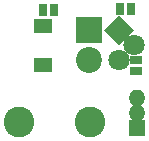
<source format=gbr>
G04 #@! TF.FileFunction,Soldermask,Bot*
%FSLAX46Y46*%
G04 Gerber Fmt 4.6, Leading zero omitted, Abs format (unit mm)*
G04 Created by KiCad (PCBNEW 4.0.7-e2-6376~58~ubuntu16.04.1) date Sat Mar 17 19:12:24 2018*
%MOMM*%
%LPD*%
G01*
G04 APERTURE LIST*
%ADD10C,0.050000*%
%ADD11C,2.600000*%
%ADD12C,1.800000*%
%ADD13R,2.200000X2.200000*%
%ADD14C,2.200000*%
%ADD15R,1.400000X1.400000*%
%ADD16O,1.400000X1.400000*%
%ADD17R,0.800000X1.000000*%
%ADD18R,1.000000X0.800000*%
%ADD19R,1.600000X1.300000*%
G04 APERTURE END LIST*
D10*
D11*
X104500000Y-117500000D03*
D10*
G36*
X113000000Y-108427208D02*
X114272792Y-109700000D01*
X113000000Y-110972792D01*
X111727208Y-109700000D01*
X113000000Y-108427208D01*
X113000000Y-108427208D01*
G37*
D12*
X114270000Y-110970000D03*
X113000000Y-112240000D03*
D13*
X110400000Y-109700000D03*
D14*
X110400000Y-112240000D03*
D15*
X114500000Y-118000000D03*
D16*
X114500000Y-116730000D03*
X114500000Y-115460000D03*
D17*
X113050000Y-107900000D03*
X113950000Y-107900000D03*
D18*
X114400000Y-113150000D03*
X114400000Y-112250000D03*
D17*
X106550000Y-108000000D03*
X107450000Y-108000000D03*
D19*
X106500000Y-109350000D03*
X106500000Y-112650000D03*
D11*
X110500000Y-117500000D03*
M02*

</source>
